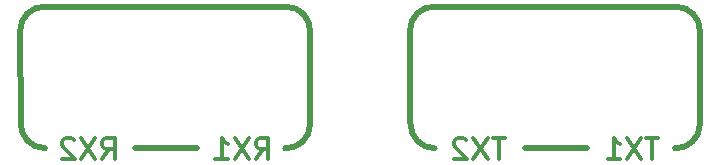
<source format=gbo>
G04 #@! TF.GenerationSoftware,KiCad,Pcbnew,(2017-06-07 revision 51bed4bae)-makepkg*
G04 #@! TF.CreationDate,2017-06-11T00:06:54+02:00*
G04 #@! TF.ProjectId,Front_Panel_76x35_4conn,46726F6E745F50616E656C5F37367833,rev?*
G04 #@! TF.FileFunction,Legend,Bot*
G04 #@! TF.FilePolarity,Positive*
%FSLAX46Y46*%
G04 Gerber Fmt 4.6, Leading zero omitted, Abs format (unit mm)*
G04 Created by KiCad (PCBNEW (2017-06-07 revision 51bed4bae)-makepkg) date 06/11/17 00:06:54*
%MOMM*%
%LPD*%
G01*
G04 APERTURE LIST*
%ADD10C,0.150000*%
%ADD11C,0.500000*%
%ADD12C,0.300000*%
%ADD13C,0.800000*%
%ADD14C,0.400000*%
%ADD15C,3.000000*%
%ADD16C,0.700000*%
%ADD17C,1.350000*%
%ADD18C,0.010000*%
G04 APERTURE END LIST*
D10*
D11*
X32060000Y-9970000D02*
X11560000Y-9970000D01*
X34010000Y-19940000D02*
X34010000Y-12070610D01*
D12*
X29417142Y-22884285D02*
X30017142Y-22027142D01*
X30445714Y-22884285D02*
X30445714Y-21084285D01*
X29760000Y-21084285D01*
X29588571Y-21170000D01*
X29502857Y-21255714D01*
X29417142Y-21427142D01*
X29417142Y-21684285D01*
X29502857Y-21855714D01*
X29588571Y-21941428D01*
X29760000Y-22027142D01*
X30445714Y-22027142D01*
X28817142Y-21084285D02*
X27617142Y-22884285D01*
X27617142Y-21084285D02*
X28817142Y-22884285D01*
X25988571Y-22884285D02*
X27017142Y-22884285D01*
X26502857Y-22884285D02*
X26502857Y-21084285D01*
X26674285Y-21341428D01*
X26845714Y-21512857D01*
X27017142Y-21598571D01*
D11*
X34010000Y-19920000D02*
G75*
G02X31909390Y-21970000I-2050610J0D01*
G01*
X31960000Y-9970000D02*
G75*
G02X34010000Y-12070610I0J-2050610D01*
G01*
X24460000Y-21970000D02*
X19160000Y-21970000D01*
X9449390Y-12020000D02*
G75*
G02X11550000Y-9970000I2050610J0D01*
G01*
X9450000Y-12060000D02*
X9500000Y-19859390D01*
X11550000Y-21960000D02*
G75*
G02X9500000Y-19859390I0J2050610D01*
G01*
D12*
X16417142Y-22899175D02*
X17017142Y-22042032D01*
X17445714Y-22899175D02*
X17445714Y-21099175D01*
X16760000Y-21099175D01*
X16588571Y-21184890D01*
X16502857Y-21270604D01*
X16417142Y-21442032D01*
X16417142Y-21699175D01*
X16502857Y-21870604D01*
X16588571Y-21956318D01*
X16760000Y-22042032D01*
X17445714Y-22042032D01*
X15817142Y-21099175D02*
X14617142Y-22899175D01*
X14617142Y-21099175D02*
X15817142Y-22899175D01*
X14017142Y-21270604D02*
X13931428Y-21184890D01*
X13760000Y-21099175D01*
X13331428Y-21099175D01*
X13160000Y-21184890D01*
X13074285Y-21270604D01*
X12988571Y-21442032D01*
X12988571Y-21613461D01*
X13074285Y-21870604D01*
X14102857Y-22899175D01*
X12988571Y-22899175D01*
D11*
X42449390Y-12020000D02*
G75*
G02X44550000Y-9970000I2050610J0D01*
G01*
X42450000Y-12060000D02*
X42500000Y-19859390D01*
X44550000Y-21960000D02*
G75*
G02X42500000Y-19859390I0J2050610D01*
G01*
D12*
X50488571Y-21099175D02*
X49460000Y-21099175D01*
X49974285Y-22899175D02*
X49974285Y-21099175D01*
X49031428Y-21099175D02*
X47831428Y-22899175D01*
X47831428Y-21099175D02*
X49031428Y-22899175D01*
X47231428Y-21270604D02*
X47145714Y-21184890D01*
X46974285Y-21099175D01*
X46545714Y-21099175D01*
X46374285Y-21184890D01*
X46288571Y-21270604D01*
X46202857Y-21442032D01*
X46202857Y-21613461D01*
X46288571Y-21870604D01*
X47317142Y-22899175D01*
X46202857Y-22899175D01*
X63488571Y-21084285D02*
X62460000Y-21084285D01*
X62974285Y-22884285D02*
X62974285Y-21084285D01*
X62031428Y-21084285D02*
X60831428Y-22884285D01*
X60831428Y-21084285D02*
X62031428Y-22884285D01*
X59202857Y-22884285D02*
X60231428Y-22884285D01*
X59717142Y-22884285D02*
X59717142Y-21084285D01*
X59888571Y-21341428D01*
X60060000Y-21512857D01*
X60231428Y-21598571D01*
D11*
X57460000Y-21970000D02*
X52160000Y-21970000D01*
X65060000Y-9970000D02*
X44560000Y-9970000D01*
X64960000Y-9970000D02*
G75*
G02X67010000Y-12070610I0J-2050610D01*
G01*
X67010000Y-19940000D02*
X67010000Y-12070610D01*
X67010000Y-19920000D02*
G75*
G02X64909390Y-21970000I-2050610J0D01*
G01*
%LPC*%
D13*
X73930000Y-4220000D02*
G75*
G03X73930000Y-4220000I-1800000J0D01*
G01*
X73910000Y-31300000D02*
G75*
G03X73910000Y-31300000I-1800000J0D01*
G01*
X5920000Y-31270000D02*
G75*
G03X5920000Y-31270000I-1800000J0D01*
G01*
X5930000Y-4230000D02*
G75*
G03X5930000Y-4230000I-1800000J0D01*
G01*
D14*
X23850000Y-33151428D02*
X25135714Y-33151428D01*
X25135714Y-30451428D01*
X22950000Y-33151428D02*
X22950000Y-31351428D01*
X22950000Y-30451428D02*
X23078571Y-30580000D01*
X22950000Y-30708571D01*
X22821428Y-30580000D01*
X22950000Y-30451428D01*
X22950000Y-30708571D01*
X21664285Y-33151428D02*
X21664285Y-31351428D01*
X21664285Y-31608571D02*
X21535714Y-31480000D01*
X21278571Y-31351428D01*
X20892857Y-31351428D01*
X20635714Y-31480000D01*
X20507142Y-31737142D01*
X20507142Y-33151428D01*
X20507142Y-31737142D02*
X20378571Y-31480000D01*
X20121428Y-31351428D01*
X19735714Y-31351428D01*
X19478571Y-31480000D01*
X19350000Y-31737142D01*
X19350000Y-33151428D01*
X17035714Y-33022857D02*
X17292857Y-33151428D01*
X17807142Y-33151428D01*
X18064285Y-33022857D01*
X18192857Y-32765714D01*
X18192857Y-31737142D01*
X18064285Y-31480000D01*
X17807142Y-31351428D01*
X17292857Y-31351428D01*
X17035714Y-31480000D01*
X16907142Y-31737142D01*
X16907142Y-31994285D01*
X18192857Y-32251428D01*
X15878571Y-33022857D02*
X15492857Y-33151428D01*
X14850000Y-33151428D01*
X14592857Y-33022857D01*
X14464285Y-32894285D01*
X14335714Y-32637142D01*
X14335714Y-32380000D01*
X14464285Y-32122857D01*
X14592857Y-31994285D01*
X14850000Y-31865714D01*
X15364285Y-31737142D01*
X15621428Y-31608571D01*
X15750000Y-31480000D01*
X15878571Y-31222857D01*
X15878571Y-30965714D01*
X15750000Y-30708571D01*
X15621428Y-30580000D01*
X15364285Y-30451428D01*
X14721428Y-30451428D01*
X14335714Y-30580000D01*
X13178571Y-33151428D02*
X13178571Y-30451428D01*
X12535714Y-30451428D01*
X12150000Y-30580000D01*
X11892857Y-30837142D01*
X11764285Y-31094285D01*
X11635714Y-31608571D01*
X11635714Y-31994285D01*
X11764285Y-32508571D01*
X11892857Y-32765714D01*
X12150000Y-33022857D01*
X12535714Y-33151428D01*
X13178571Y-33151428D01*
X8935714Y-33151428D02*
X9835714Y-31865714D01*
X10478571Y-33151428D02*
X10478571Y-30451428D01*
X9450000Y-30451428D01*
X9192857Y-30580000D01*
X9064285Y-30708571D01*
X8935714Y-30965714D01*
X8935714Y-31351428D01*
X9064285Y-31608571D01*
X9192857Y-31737142D01*
X9450000Y-31865714D01*
X10478571Y-31865714D01*
D15*
X30920000Y-15770000D02*
G75*
G03X30920000Y-15770000I-2660000J0D01*
G01*
D16*
X31190000Y-13930000D02*
X31190000Y-17620000D01*
D17*
X32090000Y-15770000D02*
G75*
G03X32090000Y-15770000I-3830000J0D01*
G01*
D15*
X17920000Y-15770000D02*
G75*
G03X17920000Y-15770000I-2660000J0D01*
G01*
D16*
X18190000Y-13930000D02*
X18190000Y-17620000D01*
D17*
X19090000Y-15770000D02*
G75*
G03X19090000Y-15770000I-3830000J0D01*
G01*
D15*
X63920000Y-15770000D02*
G75*
G03X63920000Y-15770000I-2660000J0D01*
G01*
D16*
X64190000Y-13930000D02*
X64190000Y-17620000D01*
D17*
X65090000Y-15770000D02*
G75*
G03X65090000Y-15770000I-3830000J0D01*
G01*
D15*
X50920000Y-15770000D02*
G75*
G03X50920000Y-15770000I-2660000J0D01*
G01*
D16*
X51190000Y-13930000D02*
X51190000Y-17620000D01*
D17*
X52090000Y-15770000D02*
G75*
G03X52090000Y-15770000I-3830000J0D01*
G01*
D18*
G36*
X31295957Y-30051803D02*
X31332519Y-30040339D01*
X31373131Y-30013087D01*
X31423568Y-29963382D01*
X31489601Y-29884559D01*
X31577003Y-29769953D01*
X31691546Y-29612899D01*
X31839005Y-29406732D01*
X31933381Y-29274000D01*
X32081494Y-29064601D01*
X32214803Y-28874391D01*
X32327766Y-28711415D01*
X32414847Y-28583718D01*
X32470505Y-28499345D01*
X32489230Y-28466643D01*
X32473027Y-28438978D01*
X32417141Y-28469355D01*
X32320790Y-28558314D01*
X32251192Y-28631408D01*
X32076978Y-28820519D01*
X31937731Y-28974222D01*
X31818508Y-29109793D01*
X31704369Y-29244512D01*
X31580375Y-29395656D01*
X31445232Y-29563469D01*
X31328321Y-29712737D01*
X31231011Y-29843491D01*
X31161030Y-29944825D01*
X31126107Y-30005831D01*
X31123823Y-30017041D01*
X31164691Y-30042225D01*
X31247791Y-30054021D01*
X31257674Y-30054143D01*
X31295957Y-30051803D01*
X31295957Y-30051803D01*
G37*
X31295957Y-30051803D02*
X31332519Y-30040339D01*
X31373131Y-30013087D01*
X31423568Y-29963382D01*
X31489601Y-29884559D01*
X31577003Y-29769953D01*
X31691546Y-29612899D01*
X31839005Y-29406732D01*
X31933381Y-29274000D01*
X32081494Y-29064601D01*
X32214803Y-28874391D01*
X32327766Y-28711415D01*
X32414847Y-28583718D01*
X32470505Y-28499345D01*
X32489230Y-28466643D01*
X32473027Y-28438978D01*
X32417141Y-28469355D01*
X32320790Y-28558314D01*
X32251192Y-28631408D01*
X32076978Y-28820519D01*
X31937731Y-28974222D01*
X31818508Y-29109793D01*
X31704369Y-29244512D01*
X31580375Y-29395656D01*
X31445232Y-29563469D01*
X31328321Y-29712737D01*
X31231011Y-29843491D01*
X31161030Y-29944825D01*
X31126107Y-30005831D01*
X31123823Y-30017041D01*
X31164691Y-30042225D01*
X31247791Y-30054021D01*
X31257674Y-30054143D01*
X31295957Y-30051803D01*
G36*
X27935172Y-34589694D02*
X28007384Y-34522919D01*
X28115945Y-34402521D01*
X28176146Y-34331859D01*
X28279211Y-34209805D01*
X28367202Y-34106189D01*
X28427972Y-34035287D01*
X28446340Y-34014359D01*
X28480475Y-33974224D01*
X28552683Y-33887588D01*
X28655009Y-33764054D01*
X28779495Y-33613228D01*
X28916425Y-33446857D01*
X29072094Y-33259781D01*
X29230581Y-33073377D01*
X29379016Y-32902500D01*
X29504530Y-32762006D01*
X29576514Y-32684857D01*
X29684962Y-32573779D01*
X29757087Y-32507379D01*
X29806785Y-32477947D01*
X29847954Y-32477775D01*
X29894490Y-32499153D01*
X29902897Y-32503800D01*
X30000329Y-32581291D01*
X30077679Y-32699770D01*
X30140506Y-32870244D01*
X30187073Y-33066382D01*
X30234191Y-33300134D01*
X30270038Y-33472144D01*
X30297402Y-33591868D01*
X30319069Y-33668762D01*
X30337828Y-33712280D01*
X30356466Y-33731877D01*
X30377769Y-33737010D01*
X30384807Y-33737143D01*
X30413057Y-33725044D01*
X30435580Y-33681138D01*
X30455379Y-33594012D01*
X30475457Y-33452254D01*
X30487869Y-33345400D01*
X30506189Y-33167522D01*
X30520769Y-33001043D01*
X30529748Y-32868659D01*
X30531706Y-32810185D01*
X30549496Y-32651541D01*
X30596577Y-32459854D01*
X30664279Y-32263938D01*
X30743934Y-32092602D01*
X30751806Y-32078655D01*
X30801120Y-31974665D01*
X30811278Y-31909628D01*
X30783943Y-31891943D01*
X30722151Y-31928844D01*
X30683678Y-31956945D01*
X30623660Y-31992034D01*
X30531743Y-32039373D01*
X30397576Y-32104224D01*
X30210805Y-32191847D01*
X30139380Y-32225026D01*
X30055765Y-32247455D01*
X29933452Y-32262362D01*
X29855088Y-32265689D01*
X29731891Y-32261922D01*
X29653706Y-32241518D01*
X29593346Y-32195181D01*
X29568396Y-32167642D01*
X29501383Y-32062326D01*
X29459922Y-31947990D01*
X29459655Y-31946593D01*
X29466234Y-31808693D01*
X29528774Y-31626959D01*
X29646466Y-31402759D01*
X29818500Y-31137464D01*
X30044064Y-30832443D01*
X30320850Y-30490850D01*
X30432211Y-30349019D01*
X30497021Y-30244949D01*
X30511882Y-30184140D01*
X30511288Y-30182422D01*
X30492360Y-30115342D01*
X30468945Y-30007586D01*
X30457255Y-29945285D01*
X30439001Y-29849920D01*
X30416478Y-29751412D01*
X30385228Y-29632727D01*
X30340797Y-29476833D01*
X30287007Y-29294507D01*
X30245442Y-29205250D01*
X30196329Y-29171313D01*
X30151017Y-29200480D01*
X30150681Y-29201019D01*
X30139599Y-29249958D01*
X30125979Y-29357145D01*
X30111311Y-29508368D01*
X30097083Y-29689416D01*
X30092541Y-29756292D01*
X30067831Y-30054708D01*
X30035053Y-30292042D01*
X29991185Y-30479610D01*
X29933206Y-30628725D01*
X29858094Y-30750703D01*
X29812130Y-30806202D01*
X29730324Y-30891693D01*
X29650316Y-30959428D01*
X29562079Y-31012031D01*
X29455586Y-31052125D01*
X29320810Y-31082334D01*
X29147724Y-31105282D01*
X28926301Y-31123592D01*
X28646515Y-31139887D01*
X28510896Y-31146678D01*
X28322554Y-31157520D01*
X28158784Y-31170071D01*
X28033957Y-31182997D01*
X27962445Y-31194961D01*
X27952891Y-31198535D01*
X27925433Y-31240468D01*
X27954762Y-31280967D01*
X28026467Y-31304541D01*
X28052860Y-31306000D01*
X28184312Y-31319364D01*
X28351882Y-31355273D01*
X28536577Y-31407455D01*
X28719403Y-31469637D01*
X28881367Y-31535546D01*
X29003477Y-31598909D01*
X29053069Y-31636344D01*
X29117101Y-31706602D01*
X29134765Y-31757974D01*
X29113417Y-31820366D01*
X29103264Y-31840381D01*
X29025868Y-31944987D01*
X28887260Y-32076838D01*
X28686069Y-32237094D01*
X28420922Y-32426912D01*
X28354227Y-32472512D01*
X28181436Y-32587910D01*
X27980284Y-32719226D01*
X27766088Y-32856757D01*
X27554164Y-32990801D01*
X27359828Y-33111653D01*
X27198397Y-33209612D01*
X27103955Y-33264571D01*
X26967267Y-33343554D01*
X26883796Y-33398605D01*
X26841989Y-33438526D01*
X26830292Y-33472116D01*
X26830286Y-33473012D01*
X26859725Y-33471419D01*
X26948467Y-33437177D01*
X27097143Y-33369975D01*
X27306386Y-33269506D01*
X27576829Y-33135461D01*
X27909104Y-32967529D01*
X28303845Y-32765403D01*
X28728711Y-32545874D01*
X28888284Y-32466595D01*
X28997576Y-32421668D01*
X29067990Y-32407218D01*
X29107552Y-32417067D01*
X29163188Y-32465402D01*
X29178142Y-32489427D01*
X29173477Y-32514066D01*
X29149531Y-32565533D01*
X29103891Y-32647684D01*
X29034141Y-32764374D01*
X28937866Y-32919457D01*
X28812653Y-33116790D01*
X28656085Y-33360228D01*
X28465748Y-33653625D01*
X28239228Y-34000836D01*
X28058225Y-34277385D01*
X27979562Y-34400779D01*
X27919105Y-34501953D01*
X27886061Y-34565219D01*
X27882571Y-34576742D01*
X27895004Y-34606437D01*
X27935172Y-34589694D01*
X27935172Y-34589694D01*
G37*
X27935172Y-34589694D02*
X28007384Y-34522919D01*
X28115945Y-34402521D01*
X28176146Y-34331859D01*
X28279211Y-34209805D01*
X28367202Y-34106189D01*
X28427972Y-34035287D01*
X28446340Y-34014359D01*
X28480475Y-33974224D01*
X28552683Y-33887588D01*
X28655009Y-33764054D01*
X28779495Y-33613228D01*
X28916425Y-33446857D01*
X29072094Y-33259781D01*
X29230581Y-33073377D01*
X29379016Y-32902500D01*
X29504530Y-32762006D01*
X29576514Y-32684857D01*
X29684962Y-32573779D01*
X29757087Y-32507379D01*
X29806785Y-32477947D01*
X29847954Y-32477775D01*
X29894490Y-32499153D01*
X29902897Y-32503800D01*
X30000329Y-32581291D01*
X30077679Y-32699770D01*
X30140506Y-32870244D01*
X30187073Y-33066382D01*
X30234191Y-33300134D01*
X30270038Y-33472144D01*
X30297402Y-33591868D01*
X30319069Y-33668762D01*
X30337828Y-33712280D01*
X30356466Y-33731877D01*
X30377769Y-33737010D01*
X30384807Y-33737143D01*
X30413057Y-33725044D01*
X30435580Y-33681138D01*
X30455379Y-33594012D01*
X30475457Y-33452254D01*
X30487869Y-33345400D01*
X30506189Y-33167522D01*
X30520769Y-33001043D01*
X30529748Y-32868659D01*
X30531706Y-32810185D01*
X30549496Y-32651541D01*
X30596577Y-32459854D01*
X30664279Y-32263938D01*
X30743934Y-32092602D01*
X30751806Y-32078655D01*
X30801120Y-31974665D01*
X30811278Y-31909628D01*
X30783943Y-31891943D01*
X30722151Y-31928844D01*
X30683678Y-31956945D01*
X30623660Y-31992034D01*
X30531743Y-32039373D01*
X30397576Y-32104224D01*
X30210805Y-32191847D01*
X30139380Y-32225026D01*
X30055765Y-32247455D01*
X29933452Y-32262362D01*
X29855088Y-32265689D01*
X29731891Y-32261922D01*
X29653706Y-32241518D01*
X29593346Y-32195181D01*
X29568396Y-32167642D01*
X29501383Y-32062326D01*
X29459922Y-31947990D01*
X29459655Y-31946593D01*
X29466234Y-31808693D01*
X29528774Y-31626959D01*
X29646466Y-31402759D01*
X29818500Y-31137464D01*
X30044064Y-30832443D01*
X30320850Y-30490850D01*
X30432211Y-30349019D01*
X30497021Y-30244949D01*
X30511882Y-30184140D01*
X30511288Y-30182422D01*
X30492360Y-30115342D01*
X30468945Y-30007586D01*
X30457255Y-29945285D01*
X30439001Y-29849920D01*
X30416478Y-29751412D01*
X30385228Y-29632727D01*
X30340797Y-29476833D01*
X30287007Y-29294507D01*
X30245442Y-29205250D01*
X30196329Y-29171313D01*
X30151017Y-29200480D01*
X30150681Y-29201019D01*
X30139599Y-29249958D01*
X30125979Y-29357145D01*
X30111311Y-29508368D01*
X30097083Y-29689416D01*
X30092541Y-29756292D01*
X30067831Y-30054708D01*
X30035053Y-30292042D01*
X29991185Y-30479610D01*
X29933206Y-30628725D01*
X29858094Y-30750703D01*
X29812130Y-30806202D01*
X29730324Y-30891693D01*
X29650316Y-30959428D01*
X29562079Y-31012031D01*
X29455586Y-31052125D01*
X29320810Y-31082334D01*
X29147724Y-31105282D01*
X28926301Y-31123592D01*
X28646515Y-31139887D01*
X28510896Y-31146678D01*
X28322554Y-31157520D01*
X28158784Y-31170071D01*
X28033957Y-31182997D01*
X27962445Y-31194961D01*
X27952891Y-31198535D01*
X27925433Y-31240468D01*
X27954762Y-31280967D01*
X28026467Y-31304541D01*
X28052860Y-31306000D01*
X28184312Y-31319364D01*
X28351882Y-31355273D01*
X28536577Y-31407455D01*
X28719403Y-31469637D01*
X28881367Y-31535546D01*
X29003477Y-31598909D01*
X29053069Y-31636344D01*
X29117101Y-31706602D01*
X29134765Y-31757974D01*
X29113417Y-31820366D01*
X29103264Y-31840381D01*
X29025868Y-31944987D01*
X28887260Y-32076838D01*
X28686069Y-32237094D01*
X28420922Y-32426912D01*
X28354227Y-32472512D01*
X28181436Y-32587910D01*
X27980284Y-32719226D01*
X27766088Y-32856757D01*
X27554164Y-32990801D01*
X27359828Y-33111653D01*
X27198397Y-33209612D01*
X27103955Y-33264571D01*
X26967267Y-33343554D01*
X26883796Y-33398605D01*
X26841989Y-33438526D01*
X26830292Y-33472116D01*
X26830286Y-33473012D01*
X26859725Y-33471419D01*
X26948467Y-33437177D01*
X27097143Y-33369975D01*
X27306386Y-33269506D01*
X27576829Y-33135461D01*
X27909104Y-32967529D01*
X28303845Y-32765403D01*
X28728711Y-32545874D01*
X28888284Y-32466595D01*
X28997576Y-32421668D01*
X29067990Y-32407218D01*
X29107552Y-32417067D01*
X29163188Y-32465402D01*
X29178142Y-32489427D01*
X29173477Y-32514066D01*
X29149531Y-32565533D01*
X29103891Y-32647684D01*
X29034141Y-32764374D01*
X28937866Y-32919457D01*
X28812653Y-33116790D01*
X28656085Y-33360228D01*
X28465748Y-33653625D01*
X28239228Y-34000836D01*
X28058225Y-34277385D01*
X27979562Y-34400779D01*
X27919105Y-34501953D01*
X27886061Y-34565219D01*
X27882571Y-34576742D01*
X27895004Y-34606437D01*
X27935172Y-34589694D01*
G36*
X31600785Y-30716541D02*
X31708718Y-30672415D01*
X31873376Y-30588605D01*
X31901346Y-30573570D01*
X32069914Y-30478669D01*
X32258867Y-30365924D01*
X32458649Y-30241740D01*
X32659702Y-30112520D01*
X32852469Y-29984669D01*
X33027394Y-29864591D01*
X33174919Y-29758692D01*
X33285487Y-29673376D01*
X33349542Y-29615048D01*
X33361714Y-29594912D01*
X33351720Y-29573335D01*
X33316309Y-29572355D01*
X33247338Y-29595089D01*
X33136665Y-29644652D01*
X32976148Y-29724162D01*
X32835571Y-29796303D01*
X32513983Y-29965298D01*
X32251631Y-30109547D01*
X32041407Y-30233703D01*
X31876198Y-30342421D01*
X31748894Y-30440356D01*
X31652384Y-30532164D01*
X31584777Y-30615079D01*
X31542069Y-30687446D01*
X31546320Y-30721409D01*
X31600785Y-30716541D01*
X31600785Y-30716541D01*
G37*
X31600785Y-30716541D02*
X31708718Y-30672415D01*
X31873376Y-30588605D01*
X31901346Y-30573570D01*
X32069914Y-30478669D01*
X32258867Y-30365924D01*
X32458649Y-30241740D01*
X32659702Y-30112520D01*
X32852469Y-29984669D01*
X33027394Y-29864591D01*
X33174919Y-29758692D01*
X33285487Y-29673376D01*
X33349542Y-29615048D01*
X33361714Y-29594912D01*
X33351720Y-29573335D01*
X33316309Y-29572355D01*
X33247338Y-29595089D01*
X33136665Y-29644652D01*
X32976148Y-29724162D01*
X32835571Y-29796303D01*
X32513983Y-29965298D01*
X32251631Y-30109547D01*
X32041407Y-30233703D01*
X31876198Y-30342421D01*
X31748894Y-30440356D01*
X31652384Y-30532164D01*
X31584777Y-30615079D01*
X31542069Y-30687446D01*
X31546320Y-30721409D01*
X31600785Y-30716541D01*
G36*
X30990127Y-31836382D02*
X31062546Y-31825702D01*
X31191529Y-31812481D01*
X31361176Y-31798132D01*
X31555588Y-31784070D01*
X31638143Y-31778753D01*
X31968250Y-31757392D01*
X32231246Y-31738267D01*
X32432535Y-31720816D01*
X32577524Y-31704481D01*
X32671618Y-31688699D01*
X32720223Y-31672909D01*
X32728722Y-31665609D01*
X32712294Y-31636998D01*
X32646555Y-31611996D01*
X32536683Y-31584462D01*
X32393800Y-31544739D01*
X32237226Y-31498690D01*
X32086277Y-31452173D01*
X31960272Y-31411050D01*
X31878528Y-31381181D01*
X31864450Y-31374735D01*
X31794770Y-31352858D01*
X31680855Y-31331156D01*
X31581409Y-31318176D01*
X31362347Y-31295280D01*
X31168377Y-31495543D01*
X31067921Y-31603983D01*
X30983926Y-31703156D01*
X30933106Y-31773221D01*
X30930402Y-31778030D01*
X30905092Y-31834533D01*
X30925600Y-31848591D01*
X30990127Y-31836382D01*
X30990127Y-31836382D01*
G37*
X30990127Y-31836382D02*
X31062546Y-31825702D01*
X31191529Y-31812481D01*
X31361176Y-31798132D01*
X31555588Y-31784070D01*
X31638143Y-31778753D01*
X31968250Y-31757392D01*
X32231246Y-31738267D01*
X32432535Y-31720816D01*
X32577524Y-31704481D01*
X32671618Y-31688699D01*
X32720223Y-31672909D01*
X32728722Y-31665609D01*
X32712294Y-31636998D01*
X32646555Y-31611996D01*
X32536683Y-31584462D01*
X32393800Y-31544739D01*
X32237226Y-31498690D01*
X32086277Y-31452173D01*
X31960272Y-31411050D01*
X31878528Y-31381181D01*
X31864450Y-31374735D01*
X31794770Y-31352858D01*
X31680855Y-31331156D01*
X31581409Y-31318176D01*
X31362347Y-31295280D01*
X31168377Y-31495543D01*
X31067921Y-31603983D01*
X30983926Y-31703156D01*
X30933106Y-31773221D01*
X30930402Y-31778030D01*
X30905092Y-31834533D01*
X30925600Y-31848591D01*
X30990127Y-31836382D01*
M02*

</source>
